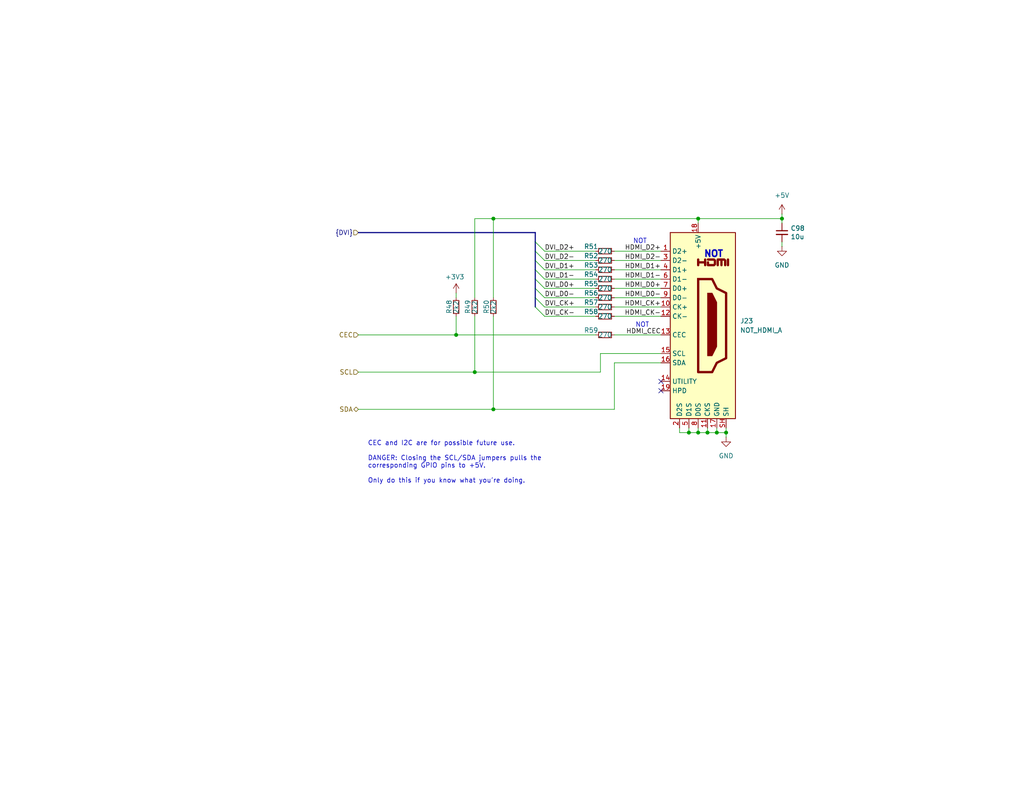
<source format=kicad_sch>
(kicad_sch (version 20231120) (generator "eeschema") (generator_version "8.0")
  (paper "A")
  (title_block (title "EconoPET 40/8096") (date "2023-10-01") (rev "A"))
  (lib_symbols
    (symbol "Connector:HDMI_A"
      (property "Reference" "J" (at -6.35 26.67 0))
      (property "Value" "HDMI_A" (at 10.16 26.67 0))
      (symbol "HDMI_A_0_0"
        (polyline (pts (xy 8.128 16.51) (xy 8.128 18.034)) (stroke (width 0.635)))
        (polyline (pts (xy 0 16.51) (xy 0 18.034) (xy 0 17.272) (xy 1.905 17.272) (xy 1.905 18.034) (xy 1.905 16.51)) (stroke (width 0.635)))
        (polyline (pts (xy 2.667 18.034) (xy 4.318 18.034) (xy 4.572 17.78) (xy 4.572 16.764) (xy 4.318 16.51) (xy 2.667 16.51) (xy 2.667 17.272)) (stroke (width 0.635)))
      )
      (symbol "HDMI_A_0_1"
        (rectangle (start -7.62 25.4) (end 10.16 -25.4) (stroke (width 0.254)) (fill (type background)))
        (polyline (pts (xy 2.54 8.89) (xy 3.81 8.89) (xy 5.08 6.35) (xy 5.08 -5.715) (xy 3.81 -8.255) (xy 2.54 -8.255) (xy 2.54 8.89)) (fill (type outline)))
        (polyline (pts (xy 5.334 16.51) (xy 5.334 18.034) (xy 6.35 18.034) (xy 6.35 16.51) (xy 6.35 18.034) (xy 7.112 18.034) (xy 7.366 17.78) (xy 7.366 16.51)) (stroke (width 0.635)))
        (polyline (pts (xy 0 12.7) (xy 0 -12.7) (xy 3.81 -12.7) (xy 5.08 -10.16) (xy 7.62 -8.89) (xy 7.62 8.89) (xy 5.08 10.16) (xy 3.81 12.7) (xy 0 12.7)) (stroke (width 0.635)))
      )
      (symbol "HDMI_A_1_1"
        (pin passive line (at -10.16 20.32 0) (length 2.54) (name "D2+") (number "1"))
        (pin passive line (at -10.16 5.08 0) (length 2.54) (name "CK+") (number "10"))
        (pin power_in line (at 2.54 -27.94 90) (length 2.54) (name "CKS") (number "11"))
        (pin passive line (at -10.16 2.54 0) (length 2.54) (name "CK-") (number "12"))
        (pin bidirectional line (at -10.16 -2.54 0) (length 2.54) (name "CEC") (number "13"))
        (pin passive line (at -10.16 -15.24 0) (length 2.54) (name "UTILITY") (number "14"))
        (pin passive line (at -10.16 -7.62 0) (length 2.54) (name "SCL") (number "15"))
        (pin bidirectional line (at -10.16 -10.16 0) (length 2.54) (name "SDA") (number "16"))
        (pin power_in line (at 5.08 -27.94 90) (length 2.54) (name "GND") (number "17"))
        (pin power_in line (at 0 27.94 270) (length 2.54) (name "+5V") (number "18"))
        (pin passive line (at -10.16 -17.78 0) (length 2.54) (name "HPD") (number "19"))
        (pin power_in line (at -5.08 -27.94 90) (length 2.54) (name "D2S") (number "2"))
        (pin passive line (at -10.16 17.78 0) (length 2.54) (name "D2-") (number "3"))
        (pin passive line (at -10.16 15.24 0) (length 2.54) (name "D1+") (number "4"))
        (pin power_in line (at -2.54 -27.94 90) (length 2.54) (name "D1S") (number "5"))
        (pin passive line (at -10.16 12.7 0) (length 2.54) (name "D1-") (number "6"))
        (pin passive line (at -10.16 10.16 0) (length 2.54) (name "D0+") (number "7"))
        (pin power_in line (at 0 -27.94 90) (length 2.54) (name "D0S") (number "8"))
        (pin passive line (at -10.16 7.62 0) (length 2.54) (name "D0-") (number "9"))
        (pin passive line (at 7.62 -27.94 90) (length 2.54) (name "SH") (number "SH"))
      )
    )
    (symbol "Device:C_Small" (pin_numbers hide) (pin_names (offset 0.254) hide)
      (property "Reference" "C" (at 0.254 1.778 0))
      (property "Value" "C_Small" (at 0.254 -2.032 0))
      (symbol "C_Small_0_1"
        (polyline (pts (xy -1.524 -0.508) (xy 1.524 -0.508)) (stroke (width 0.3302)))
        (polyline (pts (xy -1.524 0.508) (xy 1.524 0.508)) (stroke (width 0.3048)))
      )
      (symbol "C_Small_1_1"
        (pin passive line (at 0 2.54 270) (length 2.032) (name "~") (number "1"))
        (pin passive line (at 0 -2.54 90) (length 2.032) (name "~") (number "2"))
      )
    )
    (symbol "Device:R_Small" (pin_numbers hide) (pin_names (offset 0.254) hide)
      (property "Reference" "R" (at 0.762 0.508 0))
      (property "Value" "R_Small" (at 0.762 -1.016 0))
      (symbol "R_Small_0_1"
        (rectangle (start -0.762 1.778) (end 0.762 -1.778) (stroke (width 0.2032)))
      )
      (symbol "R_Small_1_1"
        (pin passive line (at 0 2.54 270) (length 0.762) (name "~") (number "1"))
        (pin passive line (at 0 -2.54 90) (length 0.762) (name "~") (number "2"))
      )
    )
    (symbol "power:+3V3" (power) (pin_numbers hide) (pin_names (offset 0) hide)
      (property "Value" "+3V3" (at 0 3.556 0))
      (symbol "+3V3_0_1"
        (polyline (pts (xy -0.762 1.27) (xy 0 2.54)))
        (polyline (pts (xy 0 0) (xy 0 2.54)))
        (polyline (pts (xy 0 2.54) (xy 0.762 1.27)))
      )
      (symbol "+3V3_1_1"
        (pin power_in line (at 0 0 90) (length 0) (name "~") (number "1"))
      )
    )
    (symbol "power:+5V" (power) (pin_numbers hide) (pin_names (offset 0) hide)
      (property "Value" "+5V" (at 0 3.556 0))
      (symbol "+5V_0_1"
        (polyline (pts (xy -0.762 1.27) (xy 0 2.54)))
        (polyline (pts (xy 0 0) (xy 0 2.54)))
        (polyline (pts (xy 0 2.54) (xy 0.762 1.27)))
      )
      (symbol "+5V_1_1"
        (pin power_in line (at 0 0 90) (length 0) (name "~") (number "1"))
      )
    )
    (symbol "power:GND" (power) (pin_numbers hide) (pin_names (offset 0) hide)
      (property "Value" "GND" (at 0 -3.81 0))
      (symbol "GND_0_1"
        (polyline (pts (xy 0 0) (xy 0 -1.27) (xy 1.27 -1.27) (xy 0 -2.54) (xy -1.27 -1.27) (xy 0 -1.27)))
      )
      (symbol "GND_1_1"
        (pin power_in line (at 0 0 270) (length 0) (name "~") (number "1"))
      )
    )
  )
  (bus_alias "DVI" (members "DVI_D2+" "DVI_D2-" "DVI_D1+" "DVI_D1-" "DVI_D0+" "DVI_D0-" "DVI_CK+" "DVI_CK-"))
  (junction (at 134.62 111.76))
  (junction (at 213.36 59.69))
  (junction (at 193.04 118.11))
  (junction (at 190.5 59.69))
  (junction (at 134.62 59.69))
  (junction (at 190.5 118.11))
  (junction (at 129.54 101.6))
  (junction (at 198.12 118.11))
  (junction (at 187.96 118.11))
  (junction (at 124.46 91.44))
  (junction (at 195.58 118.11))
  (no_connect (at 180.34 104.14))
  (no_connect (at 180.34 106.68))
  (bus_entry (at 146.05 66.04) (size 2.54 2.54))
  (bus_entry (at 146.05 68.58) (size 2.54 2.54))
  (bus_entry (at 146.05 71.12) (size 2.54 2.54))
  (bus_entry (at 146.05 73.66) (size 2.54 2.54))
  (bus_entry (at 146.05 76.2) (size 2.54 2.54))
  (bus_entry (at 146.05 78.74) (size 2.54 2.54))
  (bus_entry (at 146.05 81.28) (size 2.54 2.54))
  (bus_entry (at 146.05 83.82) (size 2.54 2.54))
  (wire (pts (xy 167.64 81.28) (xy 180.34 81.28)))
  (bus (pts (xy 146.05 63.5) (xy 146.05 66.04)))
  (wire (pts (xy 167.64 83.82) (xy 180.34 83.82)))
  (wire (pts (xy 167.64 111.76) (xy 167.64 99.06)))
  (wire (pts (xy 134.62 59.69) (xy 190.5 59.69)))
  (wire (pts (xy 190.5 118.11) (xy 193.04 118.11)))
  (wire (pts (xy 213.36 67.31) (xy 213.36 66.04)))
  (bus (pts (xy 146.05 71.12) (xy 146.05 73.66)))
  (bus (pts (xy 146.05 76.2) (xy 146.05 78.74)))
  (wire (pts (xy 124.46 86.36) (xy 124.46 91.44)))
  (wire (pts (xy 162.56 71.12) (xy 148.59 71.12)))
  (bus (pts (xy 146.05 68.58) (xy 146.05 71.12)))
  (wire (pts (xy 185.42 118.11) (xy 187.96 118.11)))
  (wire (pts (xy 167.64 71.12) (xy 180.34 71.12)))
  (wire (pts (xy 162.56 76.2) (xy 148.59 76.2)))
  (wire (pts (xy 129.54 59.69) (xy 129.54 81.28)))
  (wire (pts (xy 193.04 116.84) (xy 193.04 118.11)))
  (wire (pts (xy 185.42 116.84) (xy 185.42 118.11)))
  (wire (pts (xy 167.64 78.74) (xy 180.34 78.74)))
  (wire (pts (xy 190.5 59.69) (xy 213.36 59.69)))
  (wire (pts (xy 167.64 68.58) (xy 180.34 68.58)))
  (wire (pts (xy 97.79 101.6) (xy 129.54 101.6)))
  (wire (pts (xy 213.36 59.69) (xy 213.36 58.42)))
  (wire (pts (xy 190.5 59.69) (xy 190.5 60.96)))
  (bus (pts (xy 146.05 66.04) (xy 146.05 68.58)))
  (bus (pts (xy 146.05 73.66) (xy 146.05 76.2)))
  (bus (pts (xy 146.05 81.28) (xy 146.05 83.82)))
  (wire (pts (xy 195.58 116.84) (xy 195.58 118.11)))
  (wire (pts (xy 134.62 59.69) (xy 134.62 81.28)))
  (wire (pts (xy 162.56 68.58) (xy 148.59 68.58)))
  (wire (pts (xy 163.83 101.6) (xy 163.83 96.52)))
  (wire (pts (xy 195.58 118.11) (xy 198.12 118.11)))
  (wire (pts (xy 198.12 116.84) (xy 198.12 118.11)))
  (wire (pts (xy 162.56 81.28) (xy 148.59 81.28)))
  (bus (pts (xy 146.05 78.74) (xy 146.05 81.28)))
  (wire (pts (xy 97.79 111.76) (xy 134.62 111.76)))
  (wire (pts (xy 162.56 83.82) (xy 148.59 83.82)))
  (wire (pts (xy 198.12 118.11) (xy 198.12 119.38)))
  (wire (pts (xy 190.5 116.84) (xy 190.5 118.11)))
  (wire (pts (xy 187.96 118.11) (xy 190.5 118.11)))
  (wire (pts (xy 124.46 81.28) (xy 124.46 80.01)))
  (wire (pts (xy 167.64 73.66) (xy 180.34 73.66)))
  (wire (pts (xy 162.56 86.36) (xy 148.59 86.36)))
  (wire (pts (xy 129.54 86.36) (xy 129.54 101.6)))
  (wire (pts (xy 97.79 91.44) (xy 124.46 91.44)))
  (wire (pts (xy 163.83 96.52) (xy 180.34 96.52)))
  (wire (pts (xy 134.62 86.36) (xy 134.62 111.76)))
  (wire (pts (xy 187.96 116.84) (xy 187.96 118.11)))
  (wire (pts (xy 162.56 73.66) (xy 148.59 73.66)))
  (wire (pts (xy 193.04 118.11) (xy 195.58 118.11)))
  (wire (pts (xy 167.64 86.36) (xy 180.34 86.36)))
  (wire (pts (xy 167.64 76.2) (xy 180.34 76.2)))
  (wire (pts (xy 162.56 78.74) (xy 148.59 78.74)))
  (wire (pts (xy 167.64 99.06) (xy 180.34 99.06)))
  (wire (pts (xy 167.64 91.44) (xy 180.34 91.44)))
  (bus (pts (xy 97.79 63.5) (xy 146.05 63.5)))
  (wire (pts (xy 213.36 60.96) (xy 213.36 59.69)))
  (wire (pts (xy 124.46 91.44) (xy 162.56 91.44)))
  (wire (pts (xy 134.62 111.76) (xy 167.64 111.76)))
  (wire (pts (xy 134.62 59.69) (xy 129.54 59.69)))
  (wire (pts (xy 129.54 101.6) (xy 163.83 101.6)))
  (text "NOT" (at 172.72 66.675 0) (effects (font (size 1.27 1.27)) (justify left bottom)))
  (text "CEC and I2C are for possible future use.\n\nDANGER: Closing the SCL/SDA jumpers pulls the\ncorresponding GPIO pins to +5V.\n\nOnly do this if you know what you're doing." (at 100.33 132.08 0) (effects (font (size 1.27 1.27)) (justify left bottom)))
  (text "NOT" (at 197.485 70.485 0) (effects (font (size 1.75 1.75) (thickness 0.4) (bold yes)) (justify right bottom)))
  (text "NOT" (at 173.355 89.535 0) (effects (font (size 1.27 1.27)) (justify left bottom)))
  (label "DVI_D2+" (at 148.59 68.58 0))
  (label "HDMI_D0-" (at 180.34 81.28 180))
  (label "HDMI_CK-" (at 180.34 86.36 180))
  (label "HDMI_CK+" (at 180.34 83.82 180))
  (label "DVI_D0-" (at 148.59 81.28 0))
  (label "DVI_D1+" (at 148.59 73.66 0))
  (label "HDMI_D1-" (at 180.34 76.2 180))
  (label "HDMI_D2-" (at 180.34 71.12 180))
  (label "DVI_CK+" (at 148.59 83.82 0))
  (label "DVI_D1-" (at 148.59 76.2 0))
  (label "HDMI_CEC" (at 180.34 91.44 180))
  (label "DVI_CK-" (at 148.59 86.36 0))
  (label "HDMI_D1+" (at 180.34 73.66 180))
  (label "DVI_D0+" (at 148.59 78.74 0))
  (label "HDMI_D2+" (at 180.34 68.58 180))
  (label "HDMI_D0+" (at 180.34 78.74 180))
  (label "DVI_D2-" (at 148.59 71.12 0))
  (hierarchical_label "SCL" (shape input) (at 97.79 101.6 180))
  (hierarchical_label "{DVI}" (shape input) (at 97.79 63.5 180))
  (hierarchical_label "CEC" (shape input) (at 97.79 91.44 180))
  (hierarchical_label "SDA" (shape bidirectional) (at 97.79 111.76 180))
  (symbol (lib_id "Device:R_Small") (at 165.1 83.82 90) (unit 1)
    (property "Reference" "R57" (at 161.29 82.55 90))
    (property "Value" "270" (at 165.1 83.82 90))
    (property "Footprint" "Resistor_SMD:R_0603_1608Metric" (effects (hide yes)))
    (property "Datasheet" "https://datasheet.lcsc.com/lcsc/2206010130_UNI-ROYAL-Uniroyal-Elec-0603WAF2700T5E_C22966.pdf" (effects (hide yes)))
    (property "LCSC" "C22966" (effects (hide yes)))
  )
  (symbol (lib_id "Device:R_Small") (at 165.1 76.2 90) (unit 1)
    (property "Reference" "R54" (at 161.29 74.93 90))
    (property "Value" "270" (at 165.1 76.2 90))
    (property "Footprint" "Resistor_SMD:R_0603_1608Metric" (effects (hide yes)))
    (property "Datasheet" "https://datasheet.lcsc.com/lcsc/2206010130_UNI-ROYAL-Uniroyal-Elec-0603WAF2700T5E_C22966.pdf" (effects (hide yes)))
    (property "LCSC" "C22966" (effects (hide yes)))
  )
  (symbol (lib_id "Device:R_Small") (at 134.62 83.82 0) (unit 1)
    (property "Reference" "R50" (at 132.715 85.725 90) (effects (justify left)))
    (property "Value" "2k2" (at 134.62 85.725 90) (effects (justify left)))
    (property "Footprint" "Resistor_SMD:R_0402_1005Metric" (effects (hide yes)))
    (property "Datasheet" "https://datasheet.lcsc.com/lcsc/2206010045_UNI-ROYAL-Uniroyal-Elec-0402WGF2201TCE_C25879.pdf" (effects (hide yes)))
    (property "LCSC" "C25879" (effects (hide yes)))
  )
  (symbol (lib_id "Device:R_Small") (at 129.54 83.82 0) (unit 1)
    (property "Reference" "R49" (at 127.635 85.725 90) (effects (justify left)))
    (property "Value" "2k2" (at 129.54 85.725 90) (effects (justify left)))
    (property "Footprint" "Resistor_SMD:R_0402_1005Metric" (effects (hide yes)))
    (property "Datasheet" "https://datasheet.lcsc.com/lcsc/2206010045_UNI-ROYAL-Uniroyal-Elec-0402WGF2201TCE_C25879.pdf" (effects (hide yes)))
    (property "LCSC" "C25879" (effects (hide yes)))
  )
  (symbol (lib_id "power:+5V") (at 213.36 58.42 0) (unit 1)
    (property "Reference" "#PWR0164" (effects (hide yes)))
    (property "Value" "+5V" (at 213.36 53.34 0))
    (property "Description" "Power symbol creates a global label with name \"+5V\"" (effects (hide yes)))
  )
  (symbol (lib_id "power:+3V3") (at 124.46 80.01 0) (mirror y) (unit 1)
    (property "Reference" "#PWR0162" (effects (hide yes)))
    (property "Value" "+3V3" (at 124.079 75.6158 0))
    (property "Description" "Power symbol creates a global label with name \"+3V3\"" (effects (hide yes)))
  )
  (symbol (lib_id "Connector:HDMI_A") (at 190.5 88.9 0) (unit 1)
    (property "Reference" "J23" (at 201.93 87.63 0) (effects (justify left)))
    (property "Value" "NOT_HDMI_A" (at 201.93 90.17 0) (effects (justify left)))
    (property "Footprint" "EconoPET:HDMI_A_Molex_208658-1001_Horizontal" (effects (hide yes)))
    (property "Datasheet" "https://datasheet.lcsc.com/lcsc/1811111311_BOOMELE-Boom-Precision-Elec-C138388_C138388.pdf" (effects (hide yes)))
    (property "LCSC" "C138388" (effects (hide yes)))
  )
  (symbol (lib_id "Device:R_Small") (at 165.1 68.58 90) (unit 1)
    (property "Reference" "R51" (at 161.29 67.31 90))
    (property "Value" "270" (at 165.1 68.58 90))
    (property "Footprint" "Resistor_SMD:R_0603_1608Metric" (effects (hide yes)))
    (property "Datasheet" "https://datasheet.lcsc.com/lcsc/2206010130_UNI-ROYAL-Uniroyal-Elec-0603WAF2700T5E_C22966.pdf" (effects (hide yes)))
    (property "LCSC" "C22966" (effects (hide yes)))
  )
  (symbol (lib_id "Device:R_Small") (at 165.1 91.44 90) (unit 1)
    (property "Reference" "R59" (at 161.29 90.17 90))
    (property "Value" "270" (at 165.1 91.44 90))
    (property "Footprint" "Resistor_SMD:R_0603_1608Metric" (effects (hide yes)))
    (property "Datasheet" "https://datasheet.lcsc.com/lcsc/2206010130_UNI-ROYAL-Uniroyal-Elec-0603WAF2700T5E_C22966.pdf" (effects (hide yes)))
    (property "LCSC" "C22966" (effects (hide yes)))
  )
  (symbol (lib_id "Device:R_Small") (at 165.1 81.28 90) (unit 1)
    (property "Reference" "R56" (at 161.29 80.01 90))
    (property "Value" "270" (at 165.1 81.28 90))
    (property "Footprint" "Resistor_SMD:R_0603_1608Metric" (effects (hide yes)))
    (property "Datasheet" "https://datasheet.lcsc.com/lcsc/2206010130_UNI-ROYAL-Uniroyal-Elec-0603WAF2700T5E_C22966.pdf" (effects (hide yes)))
    (property "LCSC" "C22966" (effects (hide yes)))
  )
  (symbol (lib_id "Device:R_Small") (at 165.1 86.36 90) (unit 1)
    (property "Reference" "R58" (at 161.29 85.09 90))
    (property "Value" "270" (at 165.1 86.36 90))
    (property "Footprint" "Resistor_SMD:R_0603_1608Metric" (effects (hide yes)))
    (property "Datasheet" "https://datasheet.lcsc.com/lcsc/2206010130_UNI-ROYAL-Uniroyal-Elec-0603WAF2700T5E_C22966.pdf" (effects (hide yes)))
    (property "LCSC" "C22966" (effects (hide yes)))
  )
  (symbol (lib_id "Device:C_Small") (at 213.36 63.5 0) (unit 1)
    (property "Reference" "C98" (at 215.6968 62.3316 0) (effects (justify left)))
    (property "Value" "10u" (at 215.6968 64.643 0) (effects (justify left)))
    (property "Footprint" "Capacitor_SMD:C_0603_1608Metric" (effects (hide yes)))
    (property "Datasheet" "https://product.samsungsem.com/mlcc/CL10A106MA8NRN.do" (effects (hide yes)))
    (property "LCSC" "C96446" (effects (hide yes)))
  )
  (symbol (lib_id "Device:R_Small") (at 165.1 78.74 90) (unit 1)
    (property "Reference" "R55" (at 161.29 77.47 90))
    (property "Value" "270" (at 165.1 78.74 90))
    (property "Footprint" "Resistor_SMD:R_0603_1608Metric" (effects (hide yes)))
    (property "Datasheet" "https://datasheet.lcsc.com/lcsc/2206010130_UNI-ROYAL-Uniroyal-Elec-0603WAF2700T5E_C22966.pdf" (effects (hide yes)))
    (property "LCSC" "C22966" (effects (hide yes)))
  )
  (symbol (lib_id "Device:R_Small") (at 124.46 83.82 0) (unit 1)
    (property "Reference" "R48" (at 122.555 85.725 90) (effects (justify left)))
    (property "Value" "2k2" (at 124.46 85.725 90) (effects (justify left)))
    (property "Footprint" "Resistor_SMD:R_0402_1005Metric" (effects (hide yes)))
    (property "Datasheet" "https://datasheet.lcsc.com/lcsc/2206010045_UNI-ROYAL-Uniroyal-Elec-0402WGF2201TCE_C25879.pdf" (effects (hide yes)))
    (property "LCSC" "C25879" (effects (hide yes)))
  )
  (symbol (lib_id "power:GND") (at 198.12 119.38 0) (unit 1)
    (property "Reference" "#PWR0163" (effects (hide yes)))
    (property "Value" "GND" (at 198.12 124.46 0))
    (property "Description" "Power symbol creates a global label with name \"GND\" , ground" (effects (hide yes)))
  )
  (symbol (lib_id "Device:R_Small") (at 165.1 71.12 90) (unit 1)
    (property "Reference" "R52" (at 161.29 69.85 90))
    (property "Value" "270" (at 165.1 71.12 90))
    (property "Footprint" "Resistor_SMD:R_0603_1608Metric" (effects (hide yes)))
    (property "Datasheet" "https://datasheet.lcsc.com/lcsc/2206010130_UNI-ROYAL-Uniroyal-Elec-0603WAF2700T5E_C22966.pdf" (effects (hide yes)))
    (property "LCSC" "C22966" (effects (hide yes)))
  )
  (symbol (lib_id "Device:R_Small") (at 165.1 73.66 90) (unit 1)
    (property "Reference" "R53" (at 161.29 72.39 90))
    (property "Value" "270" (at 165.1 73.66 90))
    (property "Footprint" "Resistor_SMD:R_0603_1608Metric" (effects (hide yes)))
    (property "Datasheet" "https://datasheet.lcsc.com/lcsc/2206010130_UNI-ROYAL-Uniroyal-Elec-0603WAF2700T5E_C22966.pdf" (effects (hide yes)))
    (property "LCSC" "C22966" (effects (hide yes)))
  )
  (symbol (lib_id "power:GND") (at 213.36 67.31 0) (unit 1)
    (property "Reference" "#PWR0165" (effects (hide yes)))
    (property "Value" "GND" (at 213.36 72.39 0))
    (property "Description" "Power symbol creates a global label with name \"GND\" , ground" (effects (hide yes)))
  )
)
</source>
